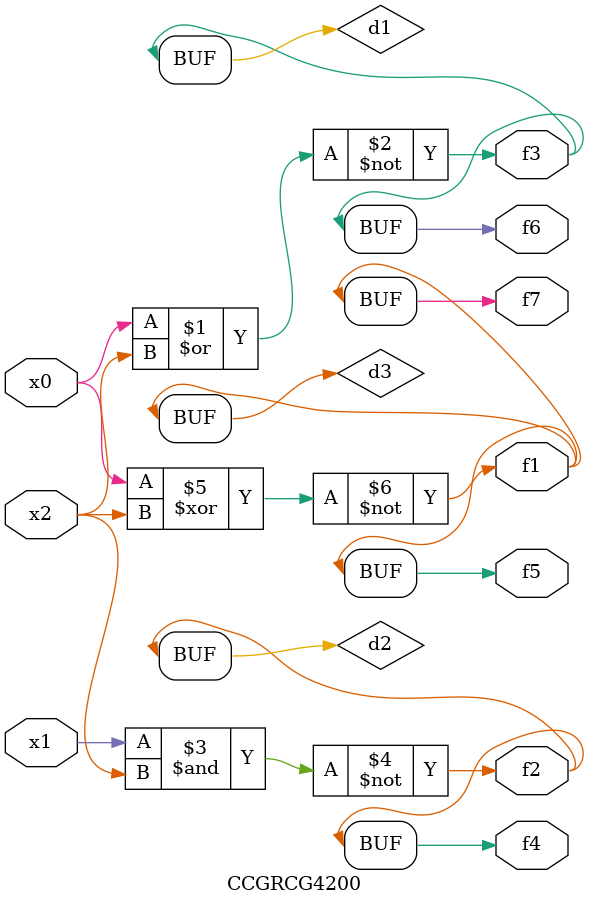
<source format=v>
module CCGRCG4200(
	input x0, x1, x2,
	output f1, f2, f3, f4, f5, f6, f7
);

	wire d1, d2, d3;

	nor (d1, x0, x2);
	nand (d2, x1, x2);
	xnor (d3, x0, x2);
	assign f1 = d3;
	assign f2 = d2;
	assign f3 = d1;
	assign f4 = d2;
	assign f5 = d3;
	assign f6 = d1;
	assign f7 = d3;
endmodule

</source>
